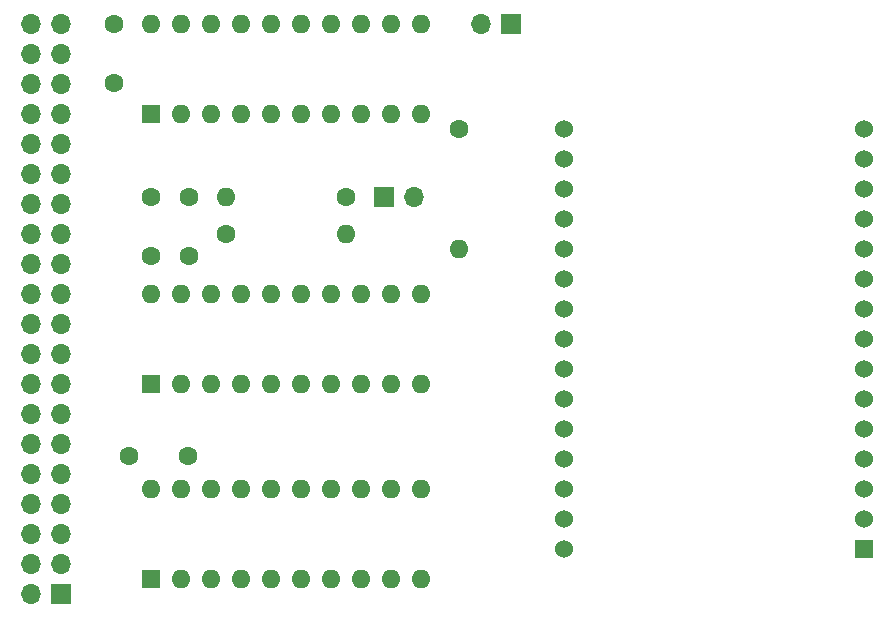
<source format=gbs>
%TF.GenerationSoftware,KiCad,Pcbnew,(6.0.8-1)-1*%
%TF.CreationDate,2022-10-09T21:55:28-07:00*%
%TF.ProjectId,PCB,5043422e-6b69-4636-9164-5f7063625858,rev?*%
%TF.SameCoordinates,Original*%
%TF.FileFunction,Soldermask,Bot*%
%TF.FilePolarity,Negative*%
%FSLAX46Y46*%
G04 Gerber Fmt 4.6, Leading zero omitted, Abs format (unit mm)*
G04 Created by KiCad (PCBNEW (6.0.8-1)-1) date 2022-10-09 21:55:28*
%MOMM*%
%LPD*%
G01*
G04 APERTURE LIST*
%ADD10R,1.700000X1.700000*%
%ADD11O,1.700000X1.700000*%
%ADD12R,1.600000X1.600000*%
%ADD13O,1.600000X1.600000*%
%ADD14C,1.600000*%
%ADD15R,1.524000X1.524000*%
%ADD16C,1.524000*%
G04 APERTURE END LIST*
D10*
X91440000Y-68580000D03*
D11*
X88900000Y-68580000D03*
D12*
X60960000Y-115560000D03*
D13*
X63500000Y-115560000D03*
X66040000Y-115560000D03*
X68580000Y-115560000D03*
X71120000Y-115560000D03*
X73660000Y-115560000D03*
X76200000Y-115560000D03*
X78740000Y-115560000D03*
X81280000Y-115560000D03*
X83820000Y-115560000D03*
X83820000Y-107940000D03*
X81280000Y-107940000D03*
X78740000Y-107940000D03*
X76200000Y-107940000D03*
X73660000Y-107940000D03*
X71120000Y-107940000D03*
X68580000Y-107940000D03*
X66040000Y-107940000D03*
X63500000Y-107940000D03*
X60960000Y-107940000D03*
D14*
X67310000Y-86360000D03*
D13*
X77470000Y-86360000D03*
D12*
X60960000Y-76200000D03*
D13*
X63500000Y-76200000D03*
X66040000Y-76200000D03*
X68580000Y-76200000D03*
X71120000Y-76200000D03*
X73660000Y-76200000D03*
X76200000Y-76200000D03*
X78740000Y-76200000D03*
X81280000Y-76200000D03*
X83820000Y-76200000D03*
X83820000Y-68580000D03*
X81280000Y-68580000D03*
X78740000Y-68580000D03*
X76200000Y-68580000D03*
X73660000Y-68580000D03*
X71120000Y-68580000D03*
X68580000Y-68580000D03*
X66040000Y-68580000D03*
X63500000Y-68580000D03*
X60960000Y-68580000D03*
D14*
X57800000Y-68580000D03*
X57800000Y-73580000D03*
D10*
X80640000Y-83185000D03*
D11*
X83180000Y-83185000D03*
D14*
X60960000Y-88225000D03*
X60960000Y-83225000D03*
X59095000Y-105156000D03*
X64095000Y-105156000D03*
X77470000Y-83185000D03*
D13*
X67310000Y-83185000D03*
D15*
X121285000Y-113055000D03*
D16*
X121285000Y-110515000D03*
X121285000Y-107975000D03*
X121285000Y-105435000D03*
X121285000Y-102895000D03*
X121285000Y-100355000D03*
X121285000Y-97815000D03*
X121285000Y-95275000D03*
X121285000Y-92735000D03*
X121285000Y-90195000D03*
X121285000Y-87655000D03*
X121285000Y-85115000D03*
X121285000Y-82575000D03*
X121285000Y-80035000D03*
X121285000Y-77495000D03*
X95885000Y-77495000D03*
X95885000Y-80035000D03*
X95885000Y-82575000D03*
X95885000Y-85115000D03*
X95885000Y-87655000D03*
X95885000Y-90195000D03*
X95885000Y-92735000D03*
X95885000Y-95275000D03*
X95885000Y-97815000D03*
X95885000Y-100355000D03*
X95885000Y-102895000D03*
X95885000Y-105435000D03*
X95885000Y-107975000D03*
X95885000Y-110515000D03*
X95885000Y-113055000D03*
D14*
X86995000Y-77470000D03*
D13*
X86995000Y-87630000D03*
D12*
X60965000Y-99050000D03*
D13*
X63505000Y-99050000D03*
X66045000Y-99050000D03*
X68585000Y-99050000D03*
X71125000Y-99050000D03*
X73665000Y-99050000D03*
X76205000Y-99050000D03*
X78745000Y-99050000D03*
X81285000Y-99050000D03*
X83825000Y-99050000D03*
X83825000Y-91430000D03*
X81285000Y-91430000D03*
X78745000Y-91430000D03*
X76205000Y-91430000D03*
X73665000Y-91430000D03*
X71125000Y-91430000D03*
X68585000Y-91430000D03*
X66045000Y-91430000D03*
X63505000Y-91430000D03*
X60965000Y-91430000D03*
D14*
X64135000Y-88225000D03*
X64135000Y-83225000D03*
D10*
X53340000Y-116840000D03*
D11*
X50800000Y-116840000D03*
X53340000Y-114300000D03*
X50800000Y-114300000D03*
X53340000Y-111760000D03*
X50800000Y-111760000D03*
X53340000Y-109220000D03*
X50800000Y-109220000D03*
X53340000Y-106680000D03*
X50800000Y-106680000D03*
X53340000Y-104140000D03*
X50800000Y-104140000D03*
X53340000Y-101600000D03*
X50800000Y-101600000D03*
X53340000Y-99060000D03*
X50800000Y-99060000D03*
X53340000Y-96520000D03*
X50800000Y-96520000D03*
X53340000Y-93980000D03*
X50800000Y-93980000D03*
X53340000Y-91440000D03*
X50800000Y-91440000D03*
X53340000Y-88900000D03*
X50800000Y-88900000D03*
X53340000Y-86360000D03*
X50800000Y-86360000D03*
X53340000Y-83820000D03*
X50800000Y-83820000D03*
X53340000Y-81280000D03*
X50800000Y-81280000D03*
X53340000Y-78740000D03*
X50800000Y-78740000D03*
X53340000Y-76200000D03*
X50800000Y-76200000D03*
X53340000Y-73660000D03*
X50800000Y-73660000D03*
X53340000Y-71120000D03*
X50800000Y-71120000D03*
X53340000Y-68580000D03*
X50800000Y-68580000D03*
M02*

</source>
